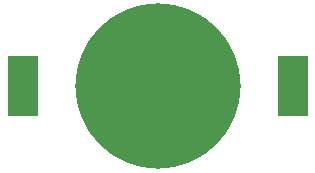
<source format=gbp>
G04 (created by PCBNEW-RS274X (2010-05-05 BZR 2356)-stable) date 13/05/2011 9:30:07 a.m.*
G01*
G70*
G90*
%MOIN*%
G04 Gerber Fmt 3.4, Leading zero omitted, Abs format*
%FSLAX34Y34*%
G04 APERTURE LIST*
%ADD10C,0.006000*%
%ADD11R,0.100000X0.200800*%
%ADD12C,0.551200*%
G04 APERTURE END LIST*
G54D10*
G54D11*
X22755Y-29291D03*
X31771Y-29291D03*
G54D12*
X27283Y-29291D03*
M02*

</source>
